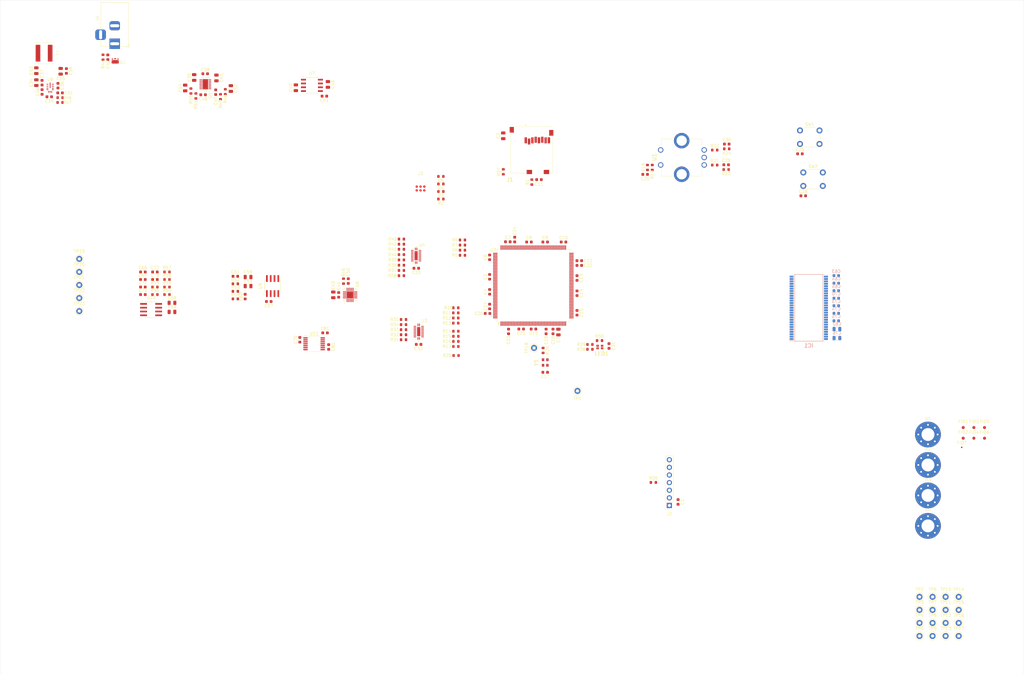
<source format=kicad_pcb>
(kicad_pcb (version 20240108) (generator "pcbnew") (generator_version "8.0")
  (layers (0 "F.Cu" signal "F.Cu (Sig)") (1 "In1.Cu" power "In1.Cu (GND)") (2 "In2.Cu" power "In2.Cu (GND)") (31 "B.Cu" signal "B.Cu (Sig)") (34 "B.Paste" user) (35 "F.Paste" user) (36 "B.SilkS" user "B.Silkscreen") (37 "F.SilkS" user "F.Silkscreen") (38 "B.Mask" user) (39 "F.Mask" user) (44 "Edge.Cuts" user))
  (net 0 "")
  (net 1 "Net-(Q1-G)")
  (net 2 "/UI_ENC_SW")
  (net 3 "Net-(U5-C+)")
  (net 4 "Net-(U5-C-)")
  (net 5 "Net-(C22-Pad1)")
  (net 6 "Net-(U6-VCC)")
  (net 7 "Net-(U5-VOUT)")
  (net 8 "Net-(U5-BYP-)")
  (net 9 "Net-(U5-BYP+)")
  (net 10 "Net-(U7-TRIM{slash}NR)")
  (net 11 "Net-(U6-NC)")
  (net 12 "Net-(U6-BST)")
  (net 13 "Net-(U2-PI0)")
  (net 14 "Net-(U2-PI1)")
  (net 15 "Net-(U2-PI2)")
  (net 16 "Net-(U2-PI3)")
  (net 17 "Net-(U2-PI4)")
  (net 18 "Net-(U2-PI5)")
  (net 19 "Net-(U2-PI6)")
  (net 20 "Net-(U2-PI7)")
  (net 21 "Net-(U2-PI8)")
  (net 22 "Net-(U2-PI9)")
  (net 23 "Net-(U2-PI10)")
  (net 24 "Net-(U2-PI11)")
  (net 25 "Net-(U2-PA1)")
  (net 26 "Net-(U2-PC12)")
  (net 27 "Net-(U6-FB)")
  (net 28 "Net-(J3-SWCLK)")
  (net 29 "Net-(J3-SWDIO)")
  (net 30 "Net-(J3-SWO)")
  (net 31 "/MCU_SWCLK")
  (net 32 "/MCU_SWDIO")
  (net 33 "/SDRAM.DQ0")
  (net 34 "/SDRAM_A6")
  (net 35 "/SDRAM_NCAS")
  (net 36 "/SDRAM.DQ2")
  (net 37 "/SDRAM_NCS")
  (net 38 "/SDRAM_BA1")
  (net 39 "/SDRAM.DQ15")
  (net 40 "/SDRAM_A4")
  (net 41 "/SDRAM_A5")
  (net 42 "/SDRAM_A11")
  (net 43 "/SDRAM.DQ11")
  (net 44 "/SDRAM_A10")
  (net 45 "/SDRAM.DQ4")
  (net 46 "/SDRAM_A8")
  (net 47 "/SDRAM.DQ13")
  (net 48 "/SDRAM_DQMH")
  (net 49 "/SDRAM_DQML")
  (net 50 "/SDRAM_NRAS")
  (net 51 "/SDRAM_CLK")
  (net 52 "/SDRAM.DQ10")
  (net 53 "/SDRAM_NWE")
  (net 54 "/SDRAM.DQ3")
  (net 55 "/SDRAM_A0")
  (net 56 "/SDRAM_A1")
  (net 57 "/SDRAM.DQ8")
  (net 58 "/SDRAM.DQ12")
  (net 59 "/SDRAM_A2")
  (net 60 "/SDRAM_BA0")
  (net 61 "/SDRAM_A9")
  (net 62 "/SDRAM.DQ9")
  (net 63 "/SDRAM_CKE")
  (net 64 "/SDRAM_A12")
  (net 65 "/SDRAM_A7")
  (net 66 "/SDRAM.DQ7")
  (net 67 "/SDRAM.DQ6")
  (net 69 "/SDRAM_A3")
  (net 70 "/SDRAM.DQ5")
  (net 71 "Net-(U4-Y1)")
  (net 72 "Net-(U4-Y2)")
  (net 73 "Net-(U4-Y3)")
  (net 74 "Net-(U4-Y4)")
  (net 75 "Net-(U4-Y5)")
  (net 76 "Net-(U4-Y6)")
  (net 77 "Net-(U4-Y7)")
  (net 78 "Net-(U4-Y8)")
  (net 79 "Net-(JP5-A)")
  (net 80 "Net-(U5-ADJ-)")
  (net 81 "Net-(U5-ADJ+)")
  (net 82 "/UI_SW_A")
  (net 83 "/UI_SW_B")
  (net 84 "/UI_ENC_A")
  (net 85 "Net-(C24-Pad1)")
  (net 86 "Net-(R18-Pad2)")
  (net 87 "Net-(J3-~{RESET})")
  (net 97 "/MCU_NRST")
  (net 99 "+3.3V")
  (net 101 "GND")
  (net 109 "/SDRAM.DQ14")
  (net 116 "/MCU_OSC_IN")
  (net 117 "Net-(Y1-OUTPUT)")
  (net 118 "/SD_CD")
  (net 119 "/SD_DAT1")
  (net 120 "+12V")
  (net 121 "/SDRAM.DQ1")
  (net 122 "/VREF_+10V")
  (net 123 "/MCU_DAC.DB0")
  (net 124 "/MCU_DAC.DB1")
  (net 125 "/MCU_DAC.DB2")
  (net 126 "/MCU_DAC.DB3")
  (net 127 "/MCU_DAC.DB4")
  (net 128 "/MCU_DAC.DB5")
  (net 129 "/MCU_DAC.DB6")
  (net 130 "/MCU_DAC.DB7")
  (net 131 "/MCU_DAC.DB8")
  (net 132 "/DAC_RFB")
  (net 133 "/MCU_SWO")
  (net 134 "Net-(LED1-K_BLUE)")
  (net 135 "/MCU_DAC.DB9")
  (net 136 "/DAC_NCS")
  (net 137 "/DAC_IOUT1")
  (net 138 "/MCU_DAC.DB10")
  (net 139 "/MCU_DAC.DB11")
  (net 140 "-12V")
  (net 141 "+15V")
  (net 142 "Net-(R21-Pad1)")
  (net 162 "/SD_DAT3")
  (net 163 "/SD_DAT2")
  (net 164 "/SD_CMD")
  (net 165 "/SD_DAT0")
  (net 166 "/SD_CLK")
  (net 167 "/DISP_NRST")
  (net 170 "/DAC.DB11")
  (net 171 "/DAC.DB10")
  (net 172 "/DAC.DB9")
  (net 173 "/DAC.DB8")
  (net 174 "/DAC.DB7")
  (net 175 "/DAC.DB6")
  (net 176 "/DAC.DB5")
  (net 177 "/DAC.DB4")
  (net 178 "/DAC.DB3")
  (net 179 "/DAC.DB2")
  (net 180 "/DAC.DB1")
  (net 181 "/DAC.DB0")
  (net 182 "/MCU_DAC_NCS")
  (net 188 "Net-(U3-Y1)")
  (net 189 "Net-(U3-Y5)")
  (net 190 "Net-(U3-Y6)")
  (net 191 "Net-(U3-Y7)")
  (net 192 "Net-(U3-Y8)")
  (net 197 "/UI_ENC_B")
  (net 209 "Net-(LED1-K_GREEN)")
  (net 210 "Net-(LED1-K_RED)")
  (net 211 "/MCU_LED_R")
  (net 212 "/MCU_LED_G")
  (net 213 "/MCU_LED_B")
  (net 214 "Net-(R22-Pad1)")
  (net 215 "/POWER_SWITCH_+15V")
  (net 216 "Net-(JP2-A)")
  (net 217 "Net-(JP3-A)")
  (net 218 "Net-(JP4-A)")
  (net 219 "Net-(U8-VREF)")
  (net 220 "/PMOS_DRAIN")
  (net 224 "Net-(C57-Pad2)")
  (net 228 "Net-(U10A-IN+)")
  (net 231 "/DISP_CS")
  (net 232 "/DISP_DC")
  (net 233 "/DISP_DIN")
  (net 234 "/DISP_CLK")
  (net 236 "/OPAMP_VOUT_FILT")
  (net 237 "Net-(U10B-IN+)")
  (net 238 "Net-(U2-PA5)")
  (net 240 "Net-(C67-Pad2)")
  (net 241 "Net-(U9B-IN+)")
  (net 242 "/OPAMP_DC_BIAS_VOUT")
  (net 243 "Net-(U10A-IN-)")
  (net 244 "Net-(C67-Pad1)")
  (net 245 "Net-(C78-Pad1)")
  (net 246 "/DPOT_NSHDN")
  (net 247 "/DPOT_SDA")
  (net 248 "/DPOT_P0A")
  (net 249 "/DPOT_P0W")
  (net 251 "/DPOT_SCL")
  (net 252 "/DPOT_P0B")
  (footprint "Capacitor_SMD:C_0603_1608Metric" (layer "F.Cu") (at 304.05 203.175 180)
    (property "Reference" "C21")
    (property "Value" "1u")
  )
  (footprint "TestPoint:TestPoint_Keystone_5000-5004_Miniature" (layer "F.Cu") (at 322.8 223.8 180)
    (property "Reference" "TP1")
    (property "Value" "MCU_NRST")
  )
  (footprint "Capacitor_SMD:C_0603_1608Metric" (layer "F.Cu") (at 178.085801 191.69)
    (property "Reference" "C72")
    (property "Value" "100n")
  )
  (footprint "TestPoint:TestPoint_Keystone_5000-5004_Miniature" (layer "F.Cu") (at 156.9 188.5)
    (property "Reference" "TP21")
    (property "Value" "POWER_-12V")
  )
  (footprint "Capacitor_SMD:C_0603_1608Metric" (layer "F.Cu") (at 149.8 122.075 -90)
    (property "Reference" "C36")
    (property "Value" "100n")
  )
  (footprint "Capacitor_SMD:C_0603_1608Metric" (layer "F.Cu") (at 293.55 185.775 90)
    (property "Reference" "C5")
    (property "Value" "1u")
  )
  (footprint "TestPoint:TestPoint_Keystone_5000-5004_Miniature" (layer "F.Cu") (at 441.049581 292.425419)
    (property "Reference" "TP6")
    (property "Value" "GND")
  )
  (footprint "Resistor_SMD:R_0603_1608Metric" (layer "F.Cu") (at 264.175 178.369999 180)
    (property "Reference" "R40")
    (property "Value" "22R")
  )
  (footprint "Capacitor_SMD:C_0603_1608Metric" (layer "F.Cu") (at 322.65 186.175 -90)
    (property "Reference" "C13")
    (property "Value" "1u")
  )
  (footprint "Resistor_SMD:R_0603_1608Metric" (layer "F.Cu") (at 282.3 203.9 180)
    (property "Reference" "R14")
    (property "Value" "22R")
  )
  (footprint "Resistor_SMD:R_0603_1608Metric" (layer "F.Cu") (at 284.5 175.2 180)
    (property "Reference" "R7")
    (property "Value" "22R")
  )
  (footprint "Resistor_SMD:R_0603_1608Metric" (layer "F.Cu") (at 244.8871 187.2121 90)
    (property "Reference" "R45")
    (property "Value" "0R")
  )
  (footprint "Capacitor_SMD:C_0603_1608Metric" (layer "F.Cu") (at 312.05 174.175)
    (property "Reference" "C9")
    (property "Value" "1u")
  )
  (footprint "Resistor_SMD:R_0603_1608Metric" (layer "F.Cu") (at 277.315 152.33 180)
    (property "Reference" "R5")
    (property "Value" "22R")
  )
  (footprint "Resistor_SMD:R_0603_1608Metric" (layer "F.Cu") (at 264.875 205.069999 180)
    (property "Reference" "R32")
    (property "Value" "22R")
  )
  (footprint "Resistor_SMD:R_0603_1608Metric" (layer "F.Cu") (at 282.275 201.2 180)
    (property "Reference" "R13")
    (property "Value" "22R")
  )
  (footprint "Capacitor_SMD:C_0603_1608Metric" (layer "F.Cu") (at 166.4 112.6 -90)
    (property "Reference" "C42")
    (property "Value" "100n")
  )
  (footprint "Capacitor_SMD:C_0603_1608Metric" (layer "F.Cu") (at 299.85 203.975 -90)
    (property "Reference" "C23")
    (property "Value" "1u")
  )
  (footprint "Custom_PowerModules:RNX0012B" (layer "F.Cu") (at 147.199999 122.635996)
    (property "Reference" "U6")
    (property "Value" "LMR36015FBRNXR")
  )
  (footprint "Fiducial:Fiducial_1mm_Mask2mm" (layer "F.Cu") (at 451.249162 239.56)
    (property "Reference" "FID2")
    (property "Value" "Fiducial")
  )
  (footprint "Resistor_SMD:R_0603_1608Metric" (layer "F.Cu") (at 264.175 181.899999 180)
    (property "Reference" "R38")
    (property "Value" "22R")
  )
  (footprint "TestPoint:TestPoint_Keystone_5000-5004_Miniature" (layer "F.Cu") (at 441.049581 305.475419)
    (property "Reference" "TP9")
    (property "Value" "GND")
  )
  (footprint "TestPoint:TestPoint_Keystone_5000-5004_Miniature" (layer "F.Cu") (at 449.749581 292.425419)
    (property "Reference" "TP14")
    (property "Value" "GND")
  )
  (footprint "Capacitor_SMD:C_0603_1608Metric" (layer "F.Cu") (at 333.3 208.825 90)
    (property "Reference" "C31")
    (property "Value" "100n")
  )
  (footprint "Capacitor_SMD:C_0603_1608Metric" (layer "F.Cu") (at 312.35 203.975 -90)
    (property "Reference" "C18")
    (property "Value" "100n")
  )
  (footprint "Resistor_SMD:R_0603_1608Metric" (layer "F.Cu") (at 186.105801 184.16)
    (property "Reference" "R57")
    (property "Value" "442R")
  )
  (footprint "Resistor_SMD:R_0603_1608Metric" (layer "F.Cu") (at 205.53 124.1 -90)
    (property "Reference" "R48")
    (property "Value" "909k")
  )
  (footprint "Resistor_SMD:R_0603_1608Metric" (layer "F.Cu") (at 264.175 176.589999 180)
    (property "Reference" "R41")
    (property "Value" "22R")
  )
  (footprint "Resistor_SMD:R_0603_1608Metric" (layer "F.Cu") (at 284.5 176.9 180)
    (property "Reference" "R8")
    (property "Value" "22R")
  )
  (footprint "Capacitor_SMD:C_0603_1608Metric" (layer "F.Cu") (at 309.985 153.3875)
    (property "Reference" "C11")
    (property "Value" "100n")
  )
  (footprint "Custom_Encoders:PEC12R3225FS0024" (layer "F.Cu") (at 350.5 148.5 90)
    (property "Reference" "U1")
    (property "Value" "PEC12R-3225F-S0024" (hide yes))
  )
  (footprint "Custom_Oscillators:ECS2520MVQ240BSTR" (layer "F.Cu") (at 312.06 214.33 90)
    (property "Reference" "Y1")
    (property "Value" "ECS-2520MVQ-240-BS-TR" (hide yes))
  )
  (footprint "Capacitor_SMD:C_0805_2012Metric" (layer "F.Cu") (at 150.7 117.275 -90)
    (property "Reference" "C55")
    (property "Value" "22u")
  )
  (footprint "Custom_OpAmps:R_8_ADI-M" (layer "F.Cu") (at 221.275 188.857999 90)
    (property "Reference" "U9")
    (property "Value" "AD8066ARZ-R7")
  )
  (footprint "Custom_PowerModules:D8-M" (layer "F.Cu") (at 234.378649 121.975)
    (property "Reference" "U7")
    (property "Value" "REF5010AID")
  )
  (footprint "Resistor_SMD:R_0603_1608Metric" (layer "F.Cu") (at 264.875 203.389999 180)
    (property "Reference" "R33")
    (property "Value" "22R")
  )
  (footprint "Button_Switch_THT:SW_PUSH_6mm" (layer "F.Cu") (at 398 151)
    (property "Reference" "SW2")
    (property "Value" "SW_Push")
  )
  (footprint "Capacitor_SMD:C_0805_2012Metric" (layer "F.Cu") (at 298.085 138.7875 90)
    (property "Reference" "C2")
    (property "Value" "10u")
  )
  (footprint "Package_SO:TSSOP-14_4.4x5mm_P0.65mm" (layer "F.Cu") (at 235.1 208.1)
    (property "Reference" "U11")
    (property "Value" "MCP45HV51-ST")
  )
  (footprint "TestPoint:TestPoint_Keystone_5000-5004_Miniature" (layer "F.Cu") (at 436.699581 305.475419)
    (property "Reference" "TP5")
    (property "Value" "GND")
  )
  (footprint "Capacitor_SMD:C_0603_1608Metric" (layer "F.Cu") (at 397.98 158.78)
    (property "Reference" "C28")
    (property "Value" "100n")
  )
  (footprint "Fiducial:Fiducial_1mm_Mask2mm" (layer "F.Cu") (at 454.799162 239.56)
    (property "Reference" "FID4")
    (property "Value" "Fiducial")
  )
  (footprint "TestPoint:TestPoint_Keystone_5000-5004_Miniature" (layer "F.Cu") (at 436.699581 296.775419)
    (property "Reference" "TP3")
    (property "Value" "GND")
  )
  (footprint "Resistor_SMD:R_0603_1608Metric" (layer "F.Cu") (at 195.73 125.5 -90)
    (property "Reference" "R51")
    (property "Value" "100k")
  )
  (footprint "Capacitor_SMD:C_0603_1608Metric" (layer "F.Cu") (at 293.55 179.275 90)
    (property "Reference" "C6")
    (property "Value" "1u")
  )
  (footprint "MountingHole:MountingHole_4.3mm_M4_Pad_Via" (layer "F.Cu") (at 439.519581 238.330419)
    (property "Reference" "H1")
    (property "Value" "MountingHole_Pad")
  )
  (footprint "Capacitor_SMD:C_0603_1608Metric" (layer "F.Cu") (at 299.6 174.1)
    (property "Reference" "C7")
    (property "Value" "1u")
  )
  (footprint "Resistor_SMD:R_0603_1608Metric" (layer "F.Cu") (at 298.1 150.775 90)
    (property "Reference" "R27")
    (property "Value" "22R")
  )
  (footprint "Capacitor_SMD:C_0603_1608Metric" (layer "F.Cu") (at 202.33 124.25 -90)
    (property "Reference" "C47")
    (property "Value" "10n")
  )
  (footprint "Resistor_SMD:R_0603_1608Metric" (layer "F.Cu") (at 282.3 207.3 180)
    (property "Reference" "R16")
    (property "Value" "22R")
  )
  (footprint "Capacitor_SMD:C_0603_1608Metric" (layer "F.Cu") (at 238.52065 125.57)
    (property "Reference" "C41")
    (property "Value" "1u")
  )
  (footprint "Connector_BarrelJack:BarrelJack_Horizontal" (layer "F.Cu") (at 168.7 108.1 -90)
    (property "Reference" "J4")
    (property "Value" "Barrel_Jack_Switch")
  )
  (footprint "Resistor_SMD:R_0603_1608Metric" (layer "F.Cu") (at 164.8038 112.6 -90)
    (property "Reference" "R44")
    (property "Value" "10k")
  )
  (footprint "Resistor_SMD:R_0603_1608Metric" (layer "F.Cu") (at 346.11 149.33 90)
    (property "Reference" "R18")
    (property "Value" "10k")
  )
  (footprint "Capacitor_SMD:C_0603_1608Metric" (layer "F.Cu") (at 293.55 190.775 90)
    (property "Reference" "C4")
    (property "Value" "1u")
  )
  (footprint "Custom_PowerModules:DFN-14_DE_LIT-M" (layer "F.Cu") (at 198.87 121.6 180)
    (property "Reference" "U5")
    (property "Value" "LTC3260EDE-PBF")
  )
  (footprint "Resistor_SMD:R_0603_1608Metric" (layer "F.Cu") (at 264.875 199.999999 180)
    (property "Reference" "R35")
    (property "Value" "22R")
  )
  (footprint "Resistor_SMD:R_0603_1608Metric" (layer "F.Cu") (at 264.875 206.739999 180)
    (property "Reference" "R31")
    (property "Value" "22R")
  )
  (footprint "Capacitor_SMD:C_0805_2012Metric" (layer "F.Cu") (at 213.105 185.85)
    (property "Reference" "C58")
    (property "Value" "10u")
  )
  (footprint "Resistor_SMD:R_0603_1608Metric" (layer "F.Cu") (at 208.875 188.11 180)
    (property "Reference" "R52")
    (property "Value" "0R")
  )
  (footprint "MountingHole:MountingHole_4.3mm_M4_Pad_Via" (layer "F.Cu") (at 439.519581 248.480419)
    (property "Reference" "H2")
    (property "Value" "MountingHole_Pad")
  )
  (footprint "Capacitor_SMD:C_0603_1608Metric" (layer "F.Cu") (at 396.88 144.78)
    (property "Reference" "C25")
    (property "Value" "100n")
  )
  (footprint "Resistor_SMD:R_0603_1608Metric" (layer "F.Cu") (at 264.175 180.139999 180)
    (property "Reference" "R39")
    (property "Value" "22R")
  )
  (footprint "TestPoint:TestPoint_Keystone_5000-5004_Miniature" (layer "F.Cu") (at 449.749581 301.125419)
    (property "Reference" "TP16")
    (property "Value" "GND")
  )
  (footprint "TestPoint:TestPoint_Keystone_5000-5004_Miniature" (layer "F.Cu") (at 445.399581 292.425419)
    (property "Reference" "TP10")
    (property "Value" "GND")
  )
  (footprint "Capacitor_SMD:C_0603_1608Metric" (layer "F.Cu") (at 323.405 181.975)
    (property "Reference" "C22")
    (property "Value" "2u2")
  )
  (footprint "Capacitor_SMD:C_0805_2012Metric" (layer "F.Cu") (at 202.57 119.5 90)
    (property "Reference" "C45")
    (property "Value" "10u")
  )
  (footprint "TestPoint:TestPoint_Keystone_5000-5004_Miniature" (layer "F.Cu") (at 445.399581 305.475419)
    (property "Reference" "TP13")
    (property "Value" "GND")
  )
  (footprint "Capacitor_SMD:C_0603_1608Metric" (layer "F.Cu") (at 220 194 180)
    (property "Reference" "C57")
    (property "Value" "4p7")
  )
  (footprint "Fiducial:Fiducial_1mm_Mask2mm" (layer "F.Cu") (at 458.349162 239.56)
    (property "Reference" "FID6")
    (property "Value" "Fiducial")
  )
  (footprint "TestPoint:TestPoint_Keystone_5000-5004_Miniature" (layer "F.Cu") (at 449.749581 305.475419)
    (property "Reference" "TP17")
    (property "Value" "GND")
  )
  (footprint "Resistor_SMD:R_0603_1608Metric" (layer "F.Cu") (at 311.35 210.3 90)
    (property "Reference" "R20")
    (property "Value" "22R")
  )
  (footprint "Resistor_SMD:R_0603_1608Metric" (layer "F.Cu") (at 282.275 196.1 180)
    (property "Reference" "R10")
    (property "Value" "22R")
  )
  (footprint "TestPoint:TestPoint_Keystone_5000-5004_Miniature" (layer "F.Cu") (at 445.399581 301.125419)
    (property "Reference" "TP12")
    (property "Value" "GND")
  )
  (footprint "Capacitor_SMD:C_0603_1608Metric" (layer "F.Cu") (at 246.470199 187.191101 -90)
    (property "Reference" "C50")
    (property "Value" "1u")
  )
  (footprint "Resistor_SMD:R_0603_1608Metric" (layer "F.Cu") (at 186.105801 189.18)
    (property "Reference" "R59")
    (property "Value" "84R5")
  )
  (footprint "TestPoint:TestPoint_Keystone_5000-5004_Miniature" (layer "F.Cu") (at 156.9 179.8)
    (property "Reference" "TP19")
    (property "Value" "POWER_+15V")
  )
  (footprint "Resistor_SMD:R_0603_1608Metric" (layer "F.Cu") (at 326.95 208.325 180)
    (property "Reference" "R29")
    (property "Value" "100R")
  )
  (footprint "Connector_PinSocket_2.54mm:PinSocket_1x07_P2.54mm_Vertical" (layer "F.Cu") (at 353.4 261.98 180)
    (property "Reference" "J2")
    (property "Value" "Conn_01x07_Socket")
  )
  (footprint "TestPoint:TestPoint_Keystone_5000-5004_Miniature" (layer "F.Cu") (at 436.699581 301.125419)
    (property "Reference" "TP4")
    (property "Value" "GND")
  )
  (footprint "Capacitor_SMD:C_0805_2012Metric" (layer "F.Cu") (at 187.765801 194.45)
    (property "Reference" "C68")
    (property "Value" "10u")
  )
  (footprint "Capacitor_SMD:C_0603_1608Metric" (layer "F.Cu") (at 314.65 203.975 -90)
    (property "Reference" "C16")
    (property "Value" "1u")
  )
  (footprint "Capacitor_SMD:C_0805_2012Metric" (layer "F.Cu") (at 239.69 121.66 90)
    (property "Reference" "C49")
    (property "Value" "10u")
  )
  (footprint "TestPoint:TestPoint_Keystone_5000-5004_Miniature" (layer "F.Cu") (at 156.9 192.85)
    (property "Reference" "TP22")
    (property "Value" "POWER_+12V")
  )
  (footprint "Capacitor_SMD:C_0603_1608Metric" (layer "F.Cu") (at 269.9 208.3)
    (property "Reference" "C32")
    (property "Value" "100n")
  )
  (footprint "Custom_LineDrivers:RKS0020B_VQFN_TEX-M" (layer "F.Cu") (at 269.0668 178.750001 180)
    (property "Reference" "U4")
    (property "Value" "PCHCS541QWRKSRQ1")
  )
  (footprint "Capacitor_SMD:C_0603_1608Metric" (layer "F.Cu") (at 212.135 192.37 -90)
    (property "Reference" "C60")
    (property "Value" "100n")
  )
  (footprint "Capacitor_SMD:C_0805_2012Metric" (layer "F.Cu") (at 229.02065 122.77 -90)
    (property "Reference" "C40")
    (property "Value" "10u")
  )
  (footprint "Capacitor_SMD:C_0603_1608Metric" (layer "F.Cu") (at 230.345 206.755 -90)
    (property "Reference" "C79")
    (property "Value" "100n")
  )
  (footprint "TestPoint:TestPoint_Keystone_5000-5004_Miniature" (layer "F.Cu") (at 156.9 184.15)
    (property "Reference" "TP20")
    (property "Value" "POWER_+10V")
  )
  (footprint "Fiducial:Fiducial_1mm_Mask2mm" (layer "F.Cu") (at 458.349162 236.01)
    (property "Reference" "FID5")
    (property "Value" "Fiducial")
  )
  (footprint "Capacitor_SMD:C_0603_1608Metric" (layer "F.Cu") (at 312.05 217.6)
    (property "Reference" "C17")
    (property "Value" "100n")
  )
  (footprint "Fiducial:Fiducial_0.5mm_Mask1mm" (layer "F.Cu") (at 450.749162 242.61)
    (property "Reference" "FID7")
    (property "Value" "Fiducial")
  )
  (footprint "Capacitor_SMD:C_0805_2012Metric" (layer "F.Cu") (at 241.4871 191.7871 -90)
    (property "Reference" "C43")
    (property "Value" "10u")
  )
  (footprint "Resistor_SMD:R_0603_1608Metric" (layer "F.Cu") (at 326.95 209.925 180)
    (property "Reference" "R28")
    (property "Value" "100R")
  )
  (footprint "Capacitor_SMD:C_0603_1608Metric" (layer "F.Cu") (at 323.4 180.4)
    (property "Reference" "C12")
    (property "Value" "1u")
  )
  (footprint "Resistor_SMD:R_0603_1608Metric" (layer "F.Cu") (at 264.175 183.649999 180)
    (property "Reference" "R37")
    (property "Value" "22R")
  )
  (footprint "Resistor_SMD:R_0603_1608Metric" (layer "F.Cu") (at 282.3 205.6 180)
    (property "Reference" "R15")
    (property "Value" "22R")
  )
  (footprint "Capacitor_SMD:C_0603_1608Metric" (layer "F.Cu") (at 178.085801 189.18)
    (property "Reference" "C71")
    (property "Value" "100n")
  )
  (footprint "Capacitor_SMD:C_0603_1608Metric" (layer "F.Cu") (at 178.085801 186.67)
    (property "Reference" "C67")
    (property "Value" "430p")
  )
  (footprint "Capacitor_SMD:C_0603_1608Metric" (layer "F.Cu") (at 243.2871 191.7871 -90)
    (property "Reference" "C44")
    (property "Value" "1u")
  )
  (footprint "Resistor_SMD:R_0603_1608Metric" (layer "F.Cu") (at 208.875 190.62)
    (property "Reference" "R53")
    (property "Value" "10k")
  )
  (footprint "Custom_Inductors:ASPIAIG-F6060" (layer "F.Cu") (at 142.4 111.3 -90)
    (property "Reference" "L1")
    (property "Value" "6u8")
  )
  (footprint "Capacitor_SMD:C_0603_1608Metric" (layer "F.Cu") (at 269.1168 182.920101)
    (property "Reference" "C33")
    (property "Value" "100n")
  )
  (footprint "Resistor_SMD:R_0603_1608Metric" (layer "F.Cu") (at 264.175 173.199999 180)
    (property "Reference" "R43")
    (property "Value" "22R")
  )
  (footprint "Capacitor_SMD:C_0603_1608Metric" (layer "F.Cu") (at 306.65 174.175)
    (property "Reference" "C8")
    (property "Value" "1u")
  )
  (footprint "Resistor_SMD:R_0603_1608Metric" (layer "F.Cu") (at 264.175 185.389999 180)
    (property "Reference" "R36")
    (property "Value" "22R")
  )
  (footprint "Fiducial:Fiducial_1mm_Mask2mm" (layer "F.Cu") (at 451.249162 236.01)
    (property "Reference" "FID1")
    (property "Value" "Fiducial")
  )
  (footprint "Capacitor_SMD:C_0603_1608Metric" (layer "F.Cu") (at 182.095801 186.67)
    (property "Reference" "C78")
    (property "Value" "1n8")
  )
  (footprint "Capacitor_SMD:C_0603_1608Metric" (layer "F.Cu") (at 238.745 204.455)
    (property "Reference" "C81")
    (property "Value" "100n")
  )
  (footprint "TestPoint:TestPoint_Keystone_5000-5004_Miniature" (layer "F.Cu") (at 441.049581 301.125419)
    (property "Reference" "TP8")
    (property "Value" "GND")
  )
  (footprint "Resistor_SMD:R_0603_1608Metric" (layer "F.Cu") (at 182.095801 189.18)
    (property "Reference" "R55")
    (property "Value" "75R")
  )
  (footprint "Resistor_SMD:R_0603_1608Metric" (layer "F.Cu") (at 194.07 123.85 -90)
    (property "Reference" "R50")
    (property "Value" "909k")
  )
  (footprint "Resistor_SMD:R_0603_1608Metric" (layer "F.Cu") (at 284.5 178.6 180)
    (property "Reference" "R9")
    (property "Value" "22R")
  )
  (footprint "Capacitor_SMD:C_0805_2012Metric" (layer "F.Cu") (at 207.37 123.025 -90)
    (property "Reference" "C52")
    (property "Value" "10u")
  )
  (footprint "Fiducial:Fiducial_1mm_Mask2mm" (layer "F.Cu") (at 454.799162 236.01)
    (property "Reference" "FID3")
    (property "Value" "Fiducial")
  )
  (footprint "Capacitor_SMD:C_0805_2012Metric" (layer "F.Cu") (at 213.105 188.86)
    (property "Reference" "C59")
    (property "Value" "10u")
  )
  (footprint "Custom_OpAmps:R_8_ADI-M" (layer "F.Cu") (at 180.8138 196.695)
    (property "Reference" "U10")
    (property "Value" "AD8066ARZ-R7")
  )
  (footprint "Resistor_SMD:R_0603_1608Metric" (layer "F.Cu") (at 282.275 199.5 180)
    (property "Reference" "R12")
    (property "Value" "22R")
  )
  (footprint "Resistor_SMD:R_0603_1608Metric" (layer "F.Cu") (at 282.275 197.8 180)
    (property "Reference" "R11")
    (property "Value" "22R")
  )
  (footprint "Capacitor_SMD:C_0603_1608Metric" (layer "F.Cu") (at 150.5 124.475)
    (property "Reference" "C51")
    (property "Value" "20p")
  )
  (footprint "MountingHole:MountingHole_4.3mm_M4_Pad_Via" (layer "F.Cu") (at 439.519581 258.630419)
    (property "Reference" "H3")
    (property "Value" "MountingHole_Pad")
  )
  (footprint "Capacitor_SMD:C_0805_2012Metric" (layer "F.Cu") (at 142.6 121.075 90)
    (property "Reference" "C34")
    (property "Value" "10u")
  )
  (footprint "Capacitor_SMD:C_0805_2012Metric" (layer "F.Cu") (at 187.765801 197.46)
    (property "Reference" "C69")
    (property "Value" "10u")
  )
  (footprint "TestPoint:TestPoint_Keystone_5000-5004_Miniature" (layer "F.Cu") (at 436.699581 292.425419)
    (property "Reference" "TP2")
    (property "Value" "GND")
  )
  (footprint "Capacitor_SMD:C_0603_1608Metric" (layer "F.Cu") (at 198.83 118.1)
    (property "Reference" "C38")
    (property "Value" "1u")
  )
  (footprint "Resistor_SMD:R_0603_1608Metric" (layer "F.Cu") (at 186.105801 191.69)
    (property "Reference" "R60")
    (property "Value" "158R")
  )
  (footprint "Resistor_SMD:R_0603_1608Metric" (layer "F.Cu") (at 182.095801 191.69)
    (property "Reference" "R56")
    (property "Value" "365R")
  )
  (footprint "Resistor_SMD:R_0603_1608Metric" (layer "F.Cu") (at 347.71 149.33 -90)
    (property "Reference" "R19")
    (property "Value" "50k")
  )
  (footprint "Resistor_SMD:R_0603_1608Metric" (layer "F.Cu") (at 277.315 157.35 180)
    (property "Reference" "R3")
    (property "Value" "22R")
  )
  (footprint "Capacitor_SMD:C_0603_1608Metric" (layer "F.Cu") (at 322.65 191.25 -90)
    (property "Reference" "C14")
    (property "Value" "1u")
  )
  (footprint "Resistor_SMD:R_0603_1608Metric" (layer "F.Cu") (at 150.525 126.075 180)
    (property "Reference" "R46")
    (property "Value" "100k")
  )
  (footprint "Capacitor_SMD:C_0603_1608Metric" (layer "F.Cu") (at 144.5 124.175 90)
    (property "Reference" "C46")
    (property "Value" "100n")
  )
  (footprint "Capacitor_SMD:C_0603_1608Metric" (layer "F.Cu") (at 208.875 185.6)
    (property "Reference" "C61")
    (property "Value" "100n")
  )
  (footprint "Capacitor_SMD:C_0603_1608Metric" (layer "F.Cu") (at 152.6 117.18 90)
    (property "Reference" "C56")
    (property "Value" "100n")
  )
  (footprint "Capacitor_SMD:C_0603_1608Metric" (layer "F.Cu") (at 301.9 173.35 90)
    (property "Reference" "C24")
    (property "Value" "2u2")
  )
  (footprint "Resistor_SMD:R_0603_1608Metric" (layer "F.Cu") (at 282.375 212 180)
    (property "Reference" "R25")
    (property "Value" "22R")
  )
  (footprint "Capacitor_SMD:C_0603_1608Metric" (layer "F.Cu") (at 308.15 203.175 180)
    (property "Reference" "C19")
    (property "Value" "1u")
  )
  (footprint "Resistor_SMD:R_0603_1608Metric" (layer "F.Cu") (at 186.105801 186.67)
    (property "Reference" "R58")
    (property "Value" "887R")
  )
  (footprint "Resistor_SMD:R_0603_1608Metric" (layer "F.Cu") (at 264.175 174.899999 180)
    (property "Reference" "R42")
    (property "Value" "22R")
  )
  (footprint "Capacitor_SMD:C_0603_1608Metric" (layer "F.Cu") (at 146.9 125.775)
    (property "Reference" "C39")
    (property "Value" "1u")
  )
  (footprint "Capacitor_SMD:C_0603_1608Metric" (layer "F.Cu") (at 318.15 174.175)
    (property "Reference" "C10")
    (property "Value" "1u")
  )
  (footprint "TestPoint:TestPoint_Keystone_5000-5004_Miniature" (layer "F.Cu") (at 445.399581 296.775419)
    (property "Reference" "TP11")
    (property "Value" "GND")
  )
  (footprint "Capacitor_SMD:C_0603_1608Metric" (layer "F.Cu") (at 372.31 148.43)
    (property "Reference" "C29")
    (property "Value" "100n")
  )
  (footprint "TestPoint:TestPoint_Keystone_5000-5004_Miniature" (layer "F.Cu") (at 449.749581 296.775419)
    (property "Reference" "TP15")
    (property "Value" "GND")
  )
  (footprint "Capacitor_SMD:C_0603_1608Metric" (layer "F.Cu") (at 322.65 197.75 -90)
    (property "Reference" "C15")
    (property "Value" "1u")
  )
  (footprint "Resistor_SMD:R_0603_1608Metric" (layer "F.Cu") (at 368.51 148.53)
    (property "Reference" "R21")
    (property "Value" "10k")
  )
  (footprint "Capacitor_SMD:C_0603_1608Metric" (layer "F.Cu") (at 198.13 125.1)
    (property "Reference" "C48")
    (property "Value" "10n")
  )
  (footprint "Resistor_SMD:R_0603_1608Metric" (layer "F.Cu") (at 307.6 154.2 -90)
    (property "Reference" "R1")
    (property "Value" "50k")
  )
  (footprint "Resistor_SMD:R_0603_1608Metric" (layer "F.Cu") (at 282.3 209 180)
    (property "Reference" "R17")
    (property "Value" "22R")
  )
  (footprint "Capacitor_SMD:C_0603_1608Metric" (layer "F.Cu") (at 178.085801 184.16)
    (property "Reference" "C66")
    (property "Value" "430p")
  )
  (footprint "Capacitor_SMD:C_0603_1608Metric" (layer "F.Cu") (at 293.55 195.675 90)
    (property "Reference" "C27")
    (property "Value" "1u")
  )
  (footprint "Resistor_SMD:R_0603_1608Metric" (layer "F.Cu") (at 264.875 201.699999 180)
    (property "Reference" "R34")
    (property "Value" "22R")
  )
  (footprint "TestPoint:TestPoint_Keystone_5000-5004_Miniature" (layer "F.Cu") (at 156.9 197.2)
    (property "Reference" "TP23")
    (property "Value" "POWER_+3V3")
  )
  (footprint "Resistor_SMD:R_0603_1608Metric" (layer "F.Cu") (at 330.15 207.025 180)
    (property "Reference" "R30")
    (property "Value" "100R")
  )
  (footprint "Resistor_SMD:R_0603_1608Metric" (layer "F.Cu") (at 372.51 143.13 180)
    (property "Reference" "R24")
    (property "Value" "10k")
  )
  (footprint "Capacitor_SMD:C_0805_2012Metric" (layer "F.Cu") (at 142.6 117.08 -90)
    (property "Reference" "C53")
    (property "Value" "22u")
  )
  (footprint "Capacitor_SMD:C_0603_1608Metric" (layer "F.Cu") (at 144.5 121.075 -90)
    (property "Reference" "C37")
    (property "Value" "100n")
  )
  (footprint "Capacitor_SMD:C_0805_2012Metric" (layer "F.Cu") (at 192.17 122.85 -90)
    (property "Reference" "C54")
    (property "Value" "10u")
  )
  (footprint "Resistor_SMD:R_0603_1608Metric" (layer "F.Cu") (at 284.5 173.5 180)
    (property "Reference" "R6")
    (property "Value" "22R")
  )
  (footprint "Custom_DACs:CP_20_1_ADI-M" (layer "F.Cu") (at 247.0871 191.8 90)
    (property "Reference" "U8")
    (property "Value" "AD5445YCPZ")
  )
  (footprint "Custom_LEDs:INS66TBTRGB" (layer "F.Cu") (at 330.25 209.175 180)
    (property "Reference" "LED1")
    (property "Value" "IN-S66TBTRGB" (hide yes))
  )
  (footprint "Capacitor_SMD:C_0805_2012Metric" (layer "F.Cu") (at 316.45 204.175 -90)
    (property "Reference" "C3")
    (property "Value" "10u")
  )
  (footprint "Capacitor_SMD:C_0603_1608Metric" (layer "F.Cu") (at 372.51 141.53)
    (property "Reference" "C30")
    (property "Value" "100n")
  )
  (footprint "Button_Switch_THT:SW_PUSH_6mm" (layer "F.Cu") (at 396.9 137)
    (property "Reference" "SW1")
    (property "Value" "SW_Push")
  )
  (footprint "Custom_LineDrivers:RKS0020B_VQFN_TEX-M" (layer "F.Cu") (at 269.9332 204.049999 180)
    (property "Reference" "U3")
    (property "Value" "PCHCS541QWRKSRQ1")
  )
  (footprint "TestPoint:TestPoint_Keystone_5000-5004_Miniature" (layer "F.Cu") (at 308.35 209.475 90)
    (property "Reference" "TP18")
    (property "Value" "MCU_OSC_IN")
  )
  (footprint "Capacitor_SMD:C_0603_1608Metric" (layer "F.Cu") (at 239.945 209.155 90)
    (property "Reference" "C80")
    (property "Value" "100n")
  )
  (footprint "TestPoint:TestPoint_Keystone_5000-5004_Miniature" (layer "F.Cu") (at 441.049581 296.775419)
    (property "Reference" "TP7")
    (property "Value" "GND")
  )
  (footprint "Resistor_SMD:R_0603_1608Metric" (layer "F.Cu") (at 277.315 159.86 180)
    (property "Reference" "R2")
    (property "Value" "22R")
  )
  (footprint "Capacitor_SMD:C_0603_1608Metric" (layer "F.Cu") (at 292.85 197.975 180)
    (property "Reference" "C26")
    (property "Value" "1u")
  )
  (footprint "Resistor_SMD:R_0603_1608Metric" (layer "F.Cu") (at 277.315 154.84 180)
    (property "Reference" "R4")
    (property "Value" "22R")
  )
  (footprint "Package_QFP:LQFP-176_24x24mm_P0.5mm" (layer "F.Cu") (at 308.1 188.7 90)
    (property "Reference" "U2")
    (property "Value" "STM32H750IBT6")
  )
  (footprint "Connector:Tag-Connect_TC2030-IDC-FP_2x03_P1.27mm_Vertical" (layer "F.Cu") (at 270.535 156.34 180)
    (property "Reference" "J3")
    (property "Value" "TagConnect_TC2030")
  )
  (footprint "Resistor_SMD:R_0603_1608Metric" (layer "F.Cu") (at 208.875 193.13)
    (property "Reference" "R54")
    (property "Value" "20k")
  )
  (footprint "Capacitor_SMD:C_0805_2012Metric" (layer "F.Cu") (at 195.17 119.35 90)
    (property "Reference" "C35")
    (property "Value" "10u")
  )
  (footprint "Resistor_SMD:R_0603_1608Metric" (layer "F.Cu") (at 203.93 125.775 -90)
    (property "Reference" "R49")
    (property "Value" "100k")
  )
  (footprint "Resistor_SMD:R_0603_1608Metric" (layer "F.Cu") (at 348.075 254.3)
    (property "Reference" "R26")
    (property "Value" "22R")
  )
  (footprint "Capacitor_SMD:C_0603_1608Metric" (layer "F.Cu") (at 182.095801 184.16)
    (property "Reference" "C77")
    (property "Value" "120p")
  )
  (footprint "Custom_Connectors:MEM20610118800A" (layer "F.Cu") (at 313.285 140.2875 180)
    (property "Reference" "J1")
    (property "Value" "MEM2061-01-188-00-A" (hide yes))
  )
  (footprint "Custom_MOSFETs:DFN-2020MD-6" (layer "F.Cu") (at 168.785 114.075)
    (property "Reference" "Q1")
    (property "Value" "PMPB27EPZ")
  )
  (footprint "Resistor_SMD:R_0603_1608Metric" (layer "F.Cu") (at 372.31 150.03 180)
    (property "Reference" "R23")
    (property "Value" "10k")
  )
  (footprint "Capacitor_SMD:C_0603_1608Metric" (layer "F.Cu") (at 345.335 151.63 180)
    (property "Reference" "C20")
    (property "Value" "100n")
  )
  (footprint "Resistor_SMD:R_0603_1608Metric" (layer "F.Cu") (at 150.5 127.675)
    (property "Reference" "R47")
    (property "Value" "43k2")
  )
  (footprint "MountingHole:MountingHole_4.3mm_M4_Pad_Via" (layer "F.Cu") (at 439.519581 268.780419)
    (property "Reference" "H4")
    (property "Value" "MountingHole_Pad")
  )
  (footprint "Capacitor_SMD:C_0603_1608Metric" (layer "F.Cu") (at 356.3 260.8 -90)
    (property "Reference" "C1")
    (property "Value" "100n")
  )
  (footprint "Resistor_SMD:R_0603_1608Metric" (layer "F.Cu") (at 368.51 143.53)
    (property "Reference" "R22")
    (property "Value" "10k")
  )
  (footprint "Capacitor_SMD:C_0805_2012Metric" (layer "B.Cu") (at 409.203 206.2 180)
    (property "Reference" "C76")
    (property "Value" "10u")
  )
  (footprint "Capacitor_SMD:C_0603_1608Metric" (layer "B.Cu") (at 408.983 190.39 180)
    (property "Reference" "C65")
    (property "Value" "1u")
  )
  (footprint "Capacitor_SMD:C_0805_2012Metric" (layer "B.Cu") (at 409.203 203.19 180)
    (property "Reference" "C62")
    (property "Value" "10u")
  )
  (footprint "Capacitor_SMD:C_0603_1608Metric" (layer "B.Cu") (at 408.983 185.37 180)
    (property "Reference" "C63")
    (property "Value" "1u")
  )
  (footprint "Capacitor_SMD:C_0603_1608Metric" (layer "B.Cu") (at 408.983 195.41 180)
    (property "Reference" "C73")
    (property "Value" "1u")
  )
  (footprint "Capacitor_SMD:C_0603_1608Metric" (layer "B.Cu") (at 408.983 200.43 180)
    (property "Reference" "C75")
    (property "Value" "1u")
  )
  (footprint "Capacitor_SMD:C_0603_1608Metric" (layer "B.Cu") (at 408.983 187.88 180)
    (property "Reference" "C64")
    (property "Value" "1u")
  )
  (footprint "Custom_Memory:SOP80P1176X120-54N" (layer "B.Cu") (at 399.828 196.1)
    (property "Reference" "IC1")
    (property "Value" "IS42S16160J-7TLI" (hide yes))
  )
  (footprint "Capacitor_SMD:C_0603_1608Metric" (layer "B.Cu") (at 408.983 197.92 180)
    (property "Reference" "C74")
    (property "Value" "1u")
  )
  (footprint "Capacitor_SMD:C_0603_1608Metric" (layer "B.Cu") (at 408.983 192.9 180)
    (property "Reference" "C70")
    (property "Value" "1u")
  )
  (gr_rect (start 130.525 93.55) (end 471.475 318.15) (stroke (width 0.05)) (fill none) (layer "Edge.Cuts"))
  (zone (net 220) (net_name "/PMOS_DRAIN") (layer "F.Cu") (connect_pads yes (clearance 0)) (min_thickness 0.25) (fill yes (thermal_gap 0.5) (thermal_bridge_width 0.5) (smoothing fillet) (radius 0.1) (island_removal_mode 1) (island_area_min 10))
    (polygon (pts (xy 167.7 113.57) (xy 170.03 113.57) (xy 170.03 114.7) (xy 167.7 114.7)))
  )
)
</source>
